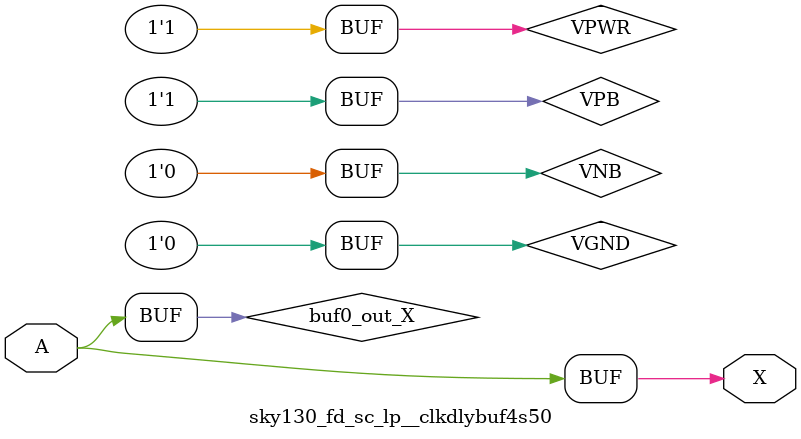
<source format=v>
/*
 * Copyright 2020 The SkyWater PDK Authors
 *
 * Licensed under the Apache License, Version 2.0 (the "License");
 * you may not use this file except in compliance with the License.
 * You may obtain a copy of the License at
 *
 *     https://www.apache.org/licenses/LICENSE-2.0
 *
 * Unless required by applicable law or agreed to in writing, software
 * distributed under the License is distributed on an "AS IS" BASIS,
 * WITHOUT WARRANTIES OR CONDITIONS OF ANY KIND, either express or implied.
 * See the License for the specific language governing permissions and
 * limitations under the License.
 *
 * SPDX-License-Identifier: Apache-2.0
*/


`ifndef SKY130_FD_SC_LP__CLKDLYBUF4S50_TIMING_V
`define SKY130_FD_SC_LP__CLKDLYBUF4S50_TIMING_V

/**
 * clkdlybuf4s50: Clock Delay Buffer 4-stage 0.59um length inner stage
 *                gates.
 *
 * Verilog simulation timing model.
 */

`timescale 1ns / 1ps
`default_nettype none

`celldefine
module sky130_fd_sc_lp__clkdlybuf4s50 (
    X,
    A
);

    // Module ports
    output X;
    input  A;

    // Module supplies
    supply1 VPWR;
    supply0 VGND;
    supply1 VPB ;
    supply0 VNB ;

    // Local signals
    wire buf0_out_X;

    //  Name  Output      Other arguments
    buf buf0 (buf0_out_X, A              );
    buf buf1 (X         , buf0_out_X     );

endmodule
`endcelldefine

`default_nettype wire
`endif  // SKY130_FD_SC_LP__CLKDLYBUF4S50_TIMING_V

</source>
